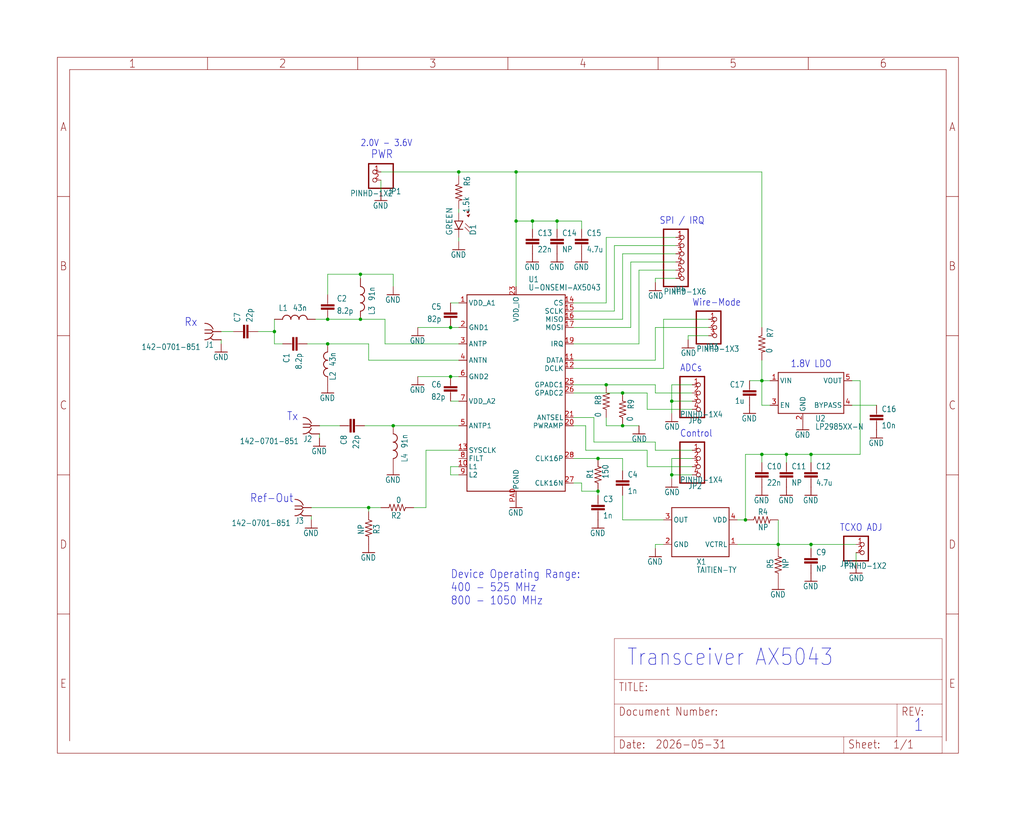
<source format=kicad_sch>
(kicad_sch (version 20250114) (generator "eeschema") (generator_version "9.0")
  (paper "User" 317.5 254.127)
  (lib_symbols
    (symbol "transceiver-AX5043-eagle-import:142-0701-851"
      (property "Reference" "J" (at -2.54 -5.08 0))
      (symbol "142-0701-851_1_0"
        (pin bidirectional line (at 2.54 0 180) (length 0) (name "RF") (number "RF1"))
        (pin bidirectional line (at 2.54 -2.54 180) (length 0) (name "GND") (number "GND1"))
        (pin bidirectional line (at 2.54 -2.54 180) (length 0) (name "GND") (number "GND2"))
        (pin bidirectional line (at 2.54 -2.54 180) (length 0) (name "GND") (number "GND3"))
        (pin bidirectional line (at 2.54 -2.54 180) (length 0) (name "GND") (number "GND4"))
      )
    )
    (symbol "transceiver-AX5043-eagle-import:C-EU0402-C-NOSILK"
      (property "Reference" "C" (at 1.524 0.381 0))
      (symbol "C-EU0402-C-NOSILK_1_0"
        (pin passive line (at 0 2.54 270) (length 2.54) (name "1") (number "1"))
        (pin passive line (at 0 -5.08 90) (length 2.54) (name "2") (number "2"))
      )
    )
    (symbol "transceiver-AX5043-eagle-import:C-EU0603-C-NOSILK"
      (property "Reference" "C" (at 1.524 0.381 0))
      (symbol "C-EU0603-C-NOSILK_1_0"
        (pin passive line (at 0 2.54 270) (length 2.54) (name "1") (number "1"))
        (pin passive line (at 0 -5.08 90) (length 2.54) (name "2") (number "2"))
      )
    )
    (symbol "transceiver-AX5043-eagle-import:FRAME_A_L"
      (symbol "FRAME_A_L_1_0"
        (text "A" (at 1.905 194.31 0) (effects (font (size 2.54 2.286))))
        (text "B" (at 1.905 151.13 0) (effects (font (size 2.54 2.286))))
        (text "C" (at 1.905 107.95 0) (effects (font (size 2.54 2.286))))
        (text "D" (at 1.905 64.77 0) (effects (font (size 2.54 2.286))))
        (text "E" (at 1.905 21.59 0) (effects (font (size 2.54 2.286))))
        (text "1" (at 23.2833 213.995 0) (effects (font (size 2.54 2.286))))
        (text "2" (at 69.85 213.995 0) (effects (font (size 2.54 2.286))))
        (text "3" (at 116.4167 213.995 0) (effects (font (size 2.54 2.286))))
        (text "4" (at 162.9833 213.995 0) (effects (font (size 2.54 2.286))))
        (text "5" (at 209.55 213.995 0) (effects (font (size 2.54 2.286))))
        (text "6" (at 256.1167 213.995 0) (effects (font (size 2.54 2.286))))
        (text "A" (at 277.495 194.31 0) (effects (font (size 2.54 2.286))))
        (text "B" (at 277.495 151.13 0) (effects (font (size 2.54 2.286))))
        (text "C" (at 277.495 107.95 0) (effects (font (size 2.54 2.286))))
        (text "D" (at 277.495 64.77 0) (effects (font (size 2.54 2.286))))
        (text "E" (at 277.495 21.59 0) (effects (font (size 2.54 2.286))))
      )
      (symbol "FRAME_A_L_2_0"
        (text "TITLE:" (at 1.27 19.05 0) (effects (font (size 2.54 2.159)) (justify left bottom)))
        (text "Document Number:" (at 1.27 11.43 0) (effects (font (size 2.54 2.159)) (justify left bottom)))
        (text "Date:" (at 1.27 1.27 0) (effects (font (size 2.54 2.159)) (justify left bottom)))
        (text "${CURRENT_DATE}" (at 12.7 1.27 0) (effects (font (size 2.54 2.159)) (justify left bottom)))
        (text "${PROJECTNAME}" (at 17.78 19.05 0) (effects (font (size 2.54 2.159)) (justify left bottom)))
        (text "Sheet:" (at 72.39 1.27 0) (effects (font (size 2.54 2.159)) (justify left bottom)))
        (text "${#}/${##}" (at 86.36 1.27 0) (effects (font (size 2.54 2.159)) (justify left bottom)))
        (text "REV:" (at 88.9 11.43 0) (effects (font (size 2.54 2.159)) (justify left bottom)))
      )
    )
    (symbol "transceiver-AX5043-eagle-import:GND" (power)
      (symbol "GND_1_0"
        (pin power_in line (at 0 2.54 270) (length 2.54) (name "GND") (number "1"))
      )
    )
    (symbol "transceiver-AX5043-eagle-import:L-US0402-C-NOSILK"
      (property "Reference" "L" (at -5.08 2.54 0))
      (symbol "L-US0402-C-NOSILK_1_0"
        (pin passive line (at -7.62 0 0) (length 2.54) (name "1") (number "1"))
        (pin passive line (at 5.08 0 180) (length 2.54) (name "2") (number "2"))
      )
    )
    (symbol "transceiver-AX5043-eagle-import:L-US0603-C-NOSILK"
      (property "Reference" "L" (at -5.08 2.54 0))
      (symbol "L-US0603-C-NOSILK_1_0"
        (pin passive line (at -7.62 0 0) (length 2.54) (name "1") (number "1"))
        (pin passive line (at 5.08 0 180) (length 2.54) (name "2") (number "2"))
      )
    )
    (symbol "transceiver-AX5043-eagle-import:LED-GREEN0603"
      (property "Reference" "D" (at -3.429 -4.572 90))
      (symbol "LED-GREEN0603_1_0"
        (pin passive line (at 0 2.54 270) (length 2.54) (name "A") (number "A"))
        (pin passive line (at 0 -5.08 90) (length 2.54) (name "C") (number "C"))
      )
    )
    (symbol "transceiver-AX5043-eagle-import:LP2985XX-N"
      (property "Reference" "U" (at 5.08 -7.62 0))
      (symbol "LP2985XX-N_1_0"
        (pin power_in line (at -12.7 5.08 0) (length 2.54) (name "VIN") (number "1"))
        (pin input line (at -12.7 -2.54 0) (length 2.54) (name "EN") (number "3"))
        (pin power_in line (at -2.54 -7.62 90) (length 2.54) (name "GND") (number "2"))
        (pin power_in line (at 12.7 5.08 180) (length 2.54) (name "VOUT") (number "5"))
        (pin power_in line (at 12.7 -2.54 180) (length 2.54) (name "BYPASS") (number "4"))
      )
    )
    (symbol "transceiver-AX5043-eagle-import:PINHD-1X2"
      (property "Reference" "JP" (at -6.35 5.715 0))
      (symbol "PINHD-1X2_1_0"
        (pin passive inverted (at -2.54 2.54 0) (length 2.54) (name "1") (number "1"))
        (pin passive inverted (at -2.54 0 0) (length 2.54) (name "2") (number "2"))
      )
    )
    (symbol "transceiver-AX5043-eagle-import:PINHD-1X3"
      (property "Reference" "JP" (at -6.35 5.715 0))
      (symbol "PINHD-1X3_1_0"
        (pin passive inverted (at -2.54 2.54 0) (length 2.54) (name "1") (number "1"))
        (pin passive inverted (at -2.54 0 0) (length 2.54) (name "2") (number "2"))
        (pin passive inverted (at -2.54 -2.54 0) (length 2.54) (name "3") (number "3"))
      )
    )
    (symbol "transceiver-AX5043-eagle-import:PINHD-1X4"
      (property "Reference" "JP" (at -6.35 8.255 0))
      (symbol "PINHD-1X4_1_0"
        (pin passive inverted (at -2.54 5.08 0) (length 2.54) (name "1") (number "1"))
        (pin passive inverted (at -2.54 2.54 0) (length 2.54) (name "2") (number "2"))
        (pin passive inverted (at -2.54 0 0) (length 2.54) (name "3") (number "3"))
        (pin passive inverted (at -2.54 -2.54 0) (length 2.54) (name "4") (number "4"))
      )
    )
    (symbol "transceiver-AX5043-eagle-import:PINHD-1X6"
      (property "Reference" "JP" (at -6.35 10.795 0))
      (symbol "PINHD-1X6_1_0"
        (pin passive inverted (at -2.54 7.62 0) (length 2.54) (name "1") (number "1"))
        (pin passive inverted (at -2.54 5.08 0) (length 2.54) (name "2") (number "2"))
        (pin passive inverted (at -2.54 2.54 0) (length 2.54) (name "3") (number "3"))
        (pin passive inverted (at -2.54 0 0) (length 2.54) (name "4") (number "4"))
        (pin passive inverted (at -2.54 -2.54 0) (length 2.54) (name "5") (number "5"))
        (pin passive inverted (at -2.54 -5.08 0) (length 2.54) (name "6") (number "6"))
      )
    )
    (symbol "transceiver-AX5043-eagle-import:R-US_0402-C-NOSILK"
      (property "Reference" "R" (at -3.81 1.4986 0))
      (symbol "R-US_0402-C-NOSILK_1_0"
        (pin passive line (at -5.08 0 0) (length 2.54) (name "1") (number "1"))
        (pin passive line (at 5.08 0 180) (length 2.54) (name "2") (number "2"))
      )
    )
    (symbol "transceiver-AX5043-eagle-import:R-US_0603-B-NOSILK"
      (property "Reference" "R" (at -3.81 1.4986 0))
      (symbol "R-US_0603-B-NOSILK_1_0"
        (pin passive line (at -5.08 0 0) (length 2.54) (name "1") (number "1"))
        (pin passive line (at 5.08 0 180) (length 2.54) (name "2") (number "2"))
      )
    )
    (symbol "transceiver-AX5043-eagle-import:R-US_0603-C-NOSILK"
      (property "Reference" "R" (at -3.81 1.4986 0))
      (symbol "R-US_0603-C-NOSILK_1_0"
        (pin passive line (at -5.08 0 0) (length 2.54) (name "1") (number "1"))
        (pin passive line (at 5.08 0 180) (length 2.54) (name "2") (number "2"))
      )
    )
    (symbol "transceiver-AX5043-eagle-import:TAITIEN-TY"
      (property "Reference" "X" (at 0 -10.16 0))
      (symbol "TAITIEN-TY_1_0"
        (pin power_in line (at -11.43 3.81 0) (length 2.54) (name "VDD") (number "4"))
        (pin input line (at -11.43 -3.81 0) (length 2.54) (name "VCTRL") (number "1"))
        (pin output line (at 11.43 3.81 180) (length 2.54) (name "OUT") (number "3"))
        (pin power_in line (at 11.43 -3.81 180) (length 2.54) (name "GND") (number "2"))
      )
    )
    (symbol "transceiver-AX5043-eagle-import:U-ONSEMI-AX5043"
      (property "Reference" "U" (at 7.62 -50.8 0))
      (symbol "U-ONSEMI-AX5043_1_0"
        (pin power_in line (at -17.78 12.7 0) (length 2.54) (name "VDD_A1") (number "1"))
        (pin power_in line (at -17.78 5.08 0) (length 2.54) (name "GND1") (number "2"))
        (pin bidirectional line (at -17.78 0 0) (length 2.54) (name "ANTP") (number "3"))
        (pin bidirectional line (at -17.78 -5.08 0) (length 2.54) (name "ANTN") (number "4"))
        (pin power_in line (at -17.78 -10.16 0) (length 2.54) (name "GND2") (number "6"))
        (pin power_in line (at -17.78 -17.78 0) (length 2.54) (name "VDD_A2") (number "7"))
        (pin bidirectional line (at -17.78 -25.4 0) (length 2.54) (name "ANTP1") (number "5"))
        (pin bidirectional line (at -17.78 -33.02 0) (length 2.54) (name "SYSCLK") (number "13"))
        (pin output line (at -17.78 -35.56 0) (length 2.54) (name "FILT") (number "8"))
        (pin input line (at -17.78 -38.1 0) (length 2.54) (name "L1") (number "10"))
        (pin input line (at -17.78 -40.64 0) (length 2.54) (name "L2") (number "9"))
        (pin power_in line (at 0 17.78 270) (length 2.54) (name "VDD_IO") (number "23"))
        (pin power_in line (at 0 -48.26 90) (length 2.54) (name "PGND") (number "PAD"))
        (pin input line (at 17.78 12.7 180) (length 2.54) (name "CS") (number "14"))
        (pin input line (at 17.78 10.16 180) (length 2.54) (name "SCLK") (number "15"))
        (pin output line (at 17.78 7.62 180) (length 2.54) (name "MISO") (number "16"))
        (pin input line (at 17.78 5.08 180) (length 2.54) (name "MOSI") (number "17"))
        (pin bidirectional line (at 17.78 0 180) (length 2.54) (name "IRQ") (number "19"))
        (pin bidirectional line (at 17.78 -5.08 180) (length 2.54) (name "DATA") (number "11"))
        (pin bidirectional line (at 17.78 -7.62 180) (length 2.54) (name "DCLK") (number "12"))
        (pin input line (at 17.78 -12.7 180) (length 2.54) (name "GPADC1") (number "25"))
        (pin input line (at 17.78 -15.24 180) (length 2.54) (name "GPADC2") (number "26"))
        (pin bidirectional line (at 17.78 -22.86 180) (length 2.54) (name "ANTSEL") (number "21"))
        (pin bidirectional line (at 17.78 -25.4 180) (length 2.54) (name "PWRAMP") (number "20"))
        (pin passive line (at 17.78 -35.56 180) (length 2.54) (name "CLK16P") (number "28"))
        (pin passive line (at 17.78 -43.18 180) (length 2.54) (name "CLK16N") (number "27"))
      )
    )
    (symbol "transceiver-AX5043-eagle-import:supply1_371_GND" (power)
      (symbol "supply1_371_GND_1_0"
        (pin power_in line (at 0 2.54 270) (length 2.54) (name "GND") (number "1"))
      )
    )
  )
  (text "Transceiver AX5043" (at 194.31 207.01 0) (effects (font (size 5.08 4.318)) (justify left bottom)))
  (text "Rx" (at 57.15 101.6 0) (effects (font (size 2.54 2.159)) (justify left bottom)))
  (text "1.8V LDO" (at 245.11 114.3 0) (effects (font (size 2.159 1.8351)) (justify left bottom)))
  (text "Ref-Out" (at 77.47 156.21 0) (effects (font (size 2.54 2.159)) (justify left bottom)))
  (text "SPI / IRQ" (at 204.47 69.85 0) (effects (font (size 2.159 1.8351)) (justify left bottom)))
  (text "2.0V - 3.6V" (at 111.76 45.72 0) (effects (font (size 2.032 1.7272)) (justify left bottom)))
  (text "PWR" (at 121.92 49.53 0) (effects (font (size 2.54 2.159)) (justify right bottom)))
  (text "Tx" (at 88.9 130.81 0) (effects (font (size 2.54 2.159)) (justify left bottom)))
  (text "Control" (at 210.82 135.89 0) (effects (font (size 2.159 1.8351)) (justify left bottom)))
  (text "ADCs" (at 210.82 115.57 0) (effects (font (size 2.159 1.8351)) (justify left bottom)))
  (text "1" (at 283.21 227.33 0) (effects (font (size 3.81 3.2385)) (justify left bottom)))
  (text "TCXO ADJ" (at 260.35 165.1 0) (effects (font (size 2.159 1.8351)) (justify left bottom)))
  (text "Device Operating Range:\n400 - 525 MHz\n800 - 1050 MHz" (at 139.7 187.96 0) (effects (font (size 2.54 2.159)) (justify left bottom)))
  (text "Wire-Mode" (at 214.63 95.25 0) (effects (font (size 2.159 1.8351)) (justify left bottom)))
  (junction (at 193.04 132.08))
  (junction (at 160.02 68.58))
  (junction (at 101.6 99.06))
  (junction (at 160.02 53.34))
  (junction (at 172.72 68.58))
  (junction (at 208.28 124.46))
  (junction (at 114.3 157.48))
  (junction (at 241.3 168.91))
  (junction (at 165.1 68.58))
  (junction (at 142.24 53.34))
  (junction (at 236.22 140.97))
  (junction (at 85.09 102.87))
  (junction (at 208.28 147.32))
  (junction (at 111.76 99.06))
  (junction (at 193.04 121.92))
  (junction (at 187.96 119.38))
  (junction (at 101.6 106.68))
  (junction (at 121.92 132.08))
  (junction (at 231.14 161.29))
  (junction (at 251.46 168.91))
  (junction (at 236.22 118.11))
  (junction (at 243.84 140.97))
  (junction (at 111.76 85.09))
  (junction (at 185.42 152.4))
  (junction (at 139.7 116.84))
  (junction (at 185.42 142.24))
  (junction (at 139.7 101.6))
  (junction (at 251.46 140.97))
  (wire (pts (xy 111.76 86.36) (xy 111.76 85.09)) (stroke (width 0.1524)))
  (wire (pts (xy 203.2 170.18) (xy 203.2 168.91)) (stroke (width 0.1524)))
  (wire (pts (xy 187.96 119.38) (xy 203.2 119.38)) (stroke (width 0.1524)))
  (wire (pts (xy 243.84 140.97) (xy 251.46 140.97)) (stroke (width 0.1524)))
  (wire (pts (xy 181.61 139.7) (xy 200.66 139.7)) (stroke (width 0.1524)))
  (wire (pts (xy 208.28 128.27) (xy 208.28 124.46)) (stroke (width 0.1524)))
  (wire (pts (xy 96.52 157.48) (xy 114.3 157.48)) (stroke (width 0.1524)))
  (wire (pts (xy 99.06 135.89) (xy 99.06 134.62)) (stroke (width 0.1524)))
  (wire (pts (xy 190.5 76.2) (xy 209.55 76.2)) (stroke (width 0.1524)))
  (wire (pts (xy 236.22 125.73) (xy 236.22 118.11)) (stroke (width 0.1524)))
  (wire (pts (xy 198.12 106.68) (xy 198.12 83.82)) (stroke (width 0.1524)))
  (wire (pts (xy 80.01 102.87) (xy 85.09 102.87)) (stroke (width 0.1524)))
  (wire (pts (xy 177.8 149.86) (xy 180.34 149.86)) (stroke (width 0.1524)))
  (wire (pts (xy 172.72 68.58) (xy 180.34 68.58)) (stroke (width 0.1524)))
  (wire (pts (xy 142.24 64.77) (xy 142.24 66.04)) (stroke (width 0.1524)))
  (wire (pts (xy 111.76 85.09) (xy 121.92 85.09)) (stroke (width 0.1524)))
  (wire (pts (xy 193.04 142.24) (xy 193.04 146.05)) (stroke (width 0.1524)))
  (wire (pts (xy 177.8 106.68) (xy 198.12 106.68)) (stroke (width 0.1524)))
  (wire (pts (xy 266.7 118.11) (xy 266.7 140.97)) (stroke (width 0.1524)))
  (wire (pts (xy 209.55 86.36) (xy 203.2 86.36)) (stroke (width 0.1524)))
  (wire (pts (xy 187.96 129.54) (xy 187.96 132.08)) (stroke (width 0.1524)))
  (wire (pts (xy 99.06 132.08) (xy 105.41 132.08)) (stroke (width 0.1524)))
  (wire (pts (xy 132.08 157.48) (xy 128.27 157.48)) (stroke (width 0.1524)))
  (wire (pts (xy 113.03 132.08) (xy 121.92 132.08)) (stroke (width 0.1524)))
  (wire (pts (xy 165.1 68.58) (xy 172.72 68.58)) (stroke (width 0.1524)))
  (wire (pts (xy 139.7 147.32) (xy 142.24 147.32)) (stroke (width 0.1524)))
  (wire (pts (xy 142.24 73.66) (xy 142.24 74.93)) (stroke (width 0.1524)))
  (wire (pts (xy 236.22 53.34) (xy 236.22 101.6)) (stroke (width 0.1524)))
  (wire (pts (xy 160.02 88.9) (xy 160.02 68.58)) (stroke (width 0.1524)))
  (wire (pts (xy 160.02 68.58) (xy 165.1 68.58)) (stroke (width 0.1524)))
  (wire (pts (xy 95.25 106.68) (xy 101.6 106.68)) (stroke (width 0.1524)))
  (wire (pts (xy 172.72 71.12) (xy 172.72 68.58)) (stroke (width 0.1524)))
  (wire (pts (xy 208.28 142.24) (xy 208.28 147.32)) (stroke (width 0.1524)))
  (wire (pts (xy 68.58 106.68) (xy 68.58 105.41)) (stroke (width 0.1524)))
  (wire (pts (xy 231.14 140.97) (xy 236.22 140.97)) (stroke (width 0.1524)))
  (wire (pts (xy 193.04 132.08) (xy 198.12 132.08)) (stroke (width 0.1524)))
  (wire (pts (xy 139.7 124.46) (xy 142.24 124.46)) (stroke (width 0.1524)))
  (wire (pts (xy 241.3 170.18) (xy 241.3 168.91)) (stroke (width 0.1524)))
  (wire (pts (xy 177.8 93.98) (xy 187.96 93.98)) (stroke (width 0.1524)))
  (wire (pts (xy 101.6 106.68) (xy 114.3 106.68)) (stroke (width 0.1524)))
  (wire (pts (xy 208.28 119.38) (xy 214.63 119.38)) (stroke (width 0.1524)))
  (wire (pts (xy 203.2 86.36) (xy 203.2 87.63)) (stroke (width 0.1524)))
  (wire (pts (xy 208.28 124.46) (xy 208.28 119.38)) (stroke (width 0.1524)))
  (wire (pts (xy 203.2 139.7) (xy 214.63 139.7)) (stroke (width 0.1524)))
  (wire (pts (xy 142.24 53.34) (xy 160.02 53.34)) (stroke (width 0.1524)))
  (wire (pts (xy 203.2 137.16) (xy 203.2 139.7)) (stroke (width 0.1524)))
  (wire (pts (xy 185.42 153.67) (xy 185.42 152.4)) (stroke (width 0.1524)))
  (wire (pts (xy 203.2 111.76) (xy 203.2 101.6)) (stroke (width 0.1524)))
  (wire (pts (xy 214.63 144.78) (xy 200.66 144.78)) (stroke (width 0.1524)))
  (wire (pts (xy 101.6 85.09) (xy 111.76 85.09)) (stroke (width 0.1524)))
  (wire (pts (xy 203.2 121.92) (xy 214.63 121.92)) (stroke (width 0.1524)))
  (wire (pts (xy 264.16 118.11) (xy 266.7 118.11)) (stroke (width 0.1524)))
  (wire (pts (xy 243.84 143.51) (xy 243.84 140.97)) (stroke (width 0.1524)))
  (wire (pts (xy 180.34 149.86) (xy 180.34 152.4)) (stroke (width 0.1524)))
  (wire (pts (xy 190.5 96.52) (xy 190.5 76.2)) (stroke (width 0.1524)))
  (wire (pts (xy 265.43 175.26) (xy 265.43 171.45)) (stroke (width 0.1524)))
  (wire (pts (xy 96.52 161.29) (xy 96.52 160.02)) (stroke (width 0.1524)))
  (wire (pts (xy 193.04 99.06) (xy 193.04 78.74)) (stroke (width 0.1524)))
  (wire (pts (xy 129.54 101.6) (xy 139.7 101.6)) (stroke (width 0.1524)))
  (wire (pts (xy 228.6 161.29) (xy 231.14 161.29)) (stroke (width 0.1524)))
  (wire (pts (xy 139.7 144.78) (xy 139.7 147.32)) (stroke (width 0.1524)))
  (wire (pts (xy 114.3 106.68) (xy 114.3 111.76)) (stroke (width 0.1524)))
  (wire (pts (xy 203.2 168.91) (xy 205.74 168.91)) (stroke (width 0.1524)))
  (wire (pts (xy 200.66 139.7) (xy 200.66 144.78)) (stroke (width 0.1524)))
  (wire (pts (xy 177.8 129.54) (xy 184.15 129.54)) (stroke (width 0.1524)))
  (wire (pts (xy 214.63 147.32) (xy 208.28 147.32)) (stroke (width 0.1524)))
  (wire (pts (xy 180.34 68.58) (xy 180.34 71.12)) (stroke (width 0.1524)))
  (wire (pts (xy 139.7 101.6) (xy 142.24 101.6)) (stroke (width 0.1524)))
  (wire (pts (xy 251.46 168.91) (xy 265.43 168.91)) (stroke (width 0.1524)))
  (wire (pts (xy 232.41 118.11) (xy 236.22 118.11)) (stroke (width 0.1524)))
  (wire (pts (xy 180.34 152.4) (xy 185.42 152.4)) (stroke (width 0.1524)))
  (wire (pts (xy 177.8 142.24) (xy 185.42 142.24)) (stroke (width 0.1524)))
  (wire (pts (xy 142.24 139.7) (xy 132.08 139.7)) (stroke (width 0.1524)))
  (wire (pts (xy 266.7 140.97) (xy 251.46 140.97)) (stroke (width 0.1524)))
  (wire (pts (xy 205.74 99.06) (xy 219.71 99.06)) (stroke (width 0.1524)))
  (wire (pts (xy 195.58 81.28) (xy 209.55 81.28)) (stroke (width 0.1524)))
  (wire (pts (xy 195.58 101.6) (xy 195.58 81.28)) (stroke (width 0.1524)))
  (wire (pts (xy 87.63 106.68) (xy 85.09 106.68)) (stroke (width 0.1524)))
  (wire (pts (xy 142.24 54.61) (xy 142.24 53.34)) (stroke (width 0.1524)))
  (wire (pts (xy 264.16 125.73) (xy 271.78 125.73)) (stroke (width 0.1524)))
  (wire (pts (xy 118.11 59.69) (xy 118.11 55.88)) (stroke (width 0.1524)))
  (wire (pts (xy 251.46 168.91) (xy 251.46 170.18)) (stroke (width 0.1524)))
  (wire (pts (xy 142.24 144.78) (xy 139.7 144.78)) (stroke (width 0.1524)))
  (wire (pts (xy 114.3 157.48) (xy 118.11 157.48)) (stroke (width 0.1524)))
  (wire (pts (xy 139.7 93.98) (xy 142.24 93.98)) (stroke (width 0.1524)))
  (wire (pts (xy 177.8 114.3) (xy 205.74 114.3)) (stroke (width 0.1524)))
  (wire (pts (xy 139.7 116.84) (xy 142.24 116.84)) (stroke (width 0.1524)))
  (wire (pts (xy 193.04 78.74) (xy 209.55 78.74)) (stroke (width 0.1524)))
  (wire (pts (xy 213.36 104.14) (xy 213.36 105.41)) (stroke (width 0.1524)))
  (wire (pts (xy 198.12 83.82) (xy 209.55 83.82)) (stroke (width 0.1524)))
  (wire (pts (xy 236.22 140.97) (xy 243.84 140.97)) (stroke (width 0.1524)))
  (wire (pts (xy 165.1 71.12) (xy 165.1 68.58)) (stroke (width 0.1524)))
  (wire (pts (xy 185.42 142.24) (xy 193.04 142.24)) (stroke (width 0.1524)))
  (wire (pts (xy 241.3 168.91) (xy 251.46 168.91)) (stroke (width 0.1524)))
  (wire (pts (xy 160.02 53.34) (xy 236.22 53.34)) (stroke (width 0.1524)))
  (wire (pts (xy 231.14 161.29) (xy 231.14 140.97)) (stroke (width 0.1524)))
  (wire (pts (xy 193.04 153.67) (xy 193.04 161.29)) (stroke (width 0.1524)))
  (wire (pts (xy 193.04 121.92) (xy 200.66 121.92)) (stroke (width 0.1524)))
  (wire (pts (xy 68.58 102.87) (xy 72.39 102.87)) (stroke (width 0.1524)))
  (wire (pts (xy 119.38 106.68) (xy 119.38 99.06)) (stroke (width 0.1524)))
  (wire (pts (xy 205.74 114.3) (xy 205.74 99.06)) (stroke (width 0.1524)))
  (wire (pts (xy 203.2 119.38) (xy 203.2 121.92)) (stroke (width 0.1524)))
  (wire (pts (xy 177.8 132.08) (xy 181.61 132.08)) (stroke (width 0.1524)))
  (wire (pts (xy 203.2 111.76) (xy 177.8 111.76)) (stroke (width 0.1524)))
  (wire (pts (xy 203.2 101.6) (xy 219.71 101.6)) (stroke (width 0.1524)))
  (wire (pts (xy 238.76 125.73) (xy 236.22 125.73)) (stroke (width 0.1524)))
  (wire (pts (xy 193.04 161.29) (xy 205.74 161.29)) (stroke (width 0.1524)))
  (wire (pts (xy 114.3 158.75) (xy 114.3 157.48)) (stroke (width 0.1524)))
  (wire (pts (xy 177.8 101.6) (xy 195.58 101.6)) (stroke (width 0.1524)))
  (wire (pts (xy 177.8 99.06) (xy 193.04 99.06)) (stroke (width 0.1524)))
  (wire (pts (xy 132.08 139.7) (xy 132.08 157.48)) (stroke (width 0.1524)))
  (wire (pts (xy 228.6 168.91) (xy 241.3 168.91)) (stroke (width 0.1524)))
  (wire (pts (xy 85.09 106.68) (xy 85.09 102.87)) (stroke (width 0.1524)))
  (wire (pts (xy 219.71 104.14) (xy 213.36 104.14)) (stroke (width 0.1524)))
  (wire (pts (xy 121.92 132.08) (xy 142.24 132.08)) (stroke (width 0.1524)))
  (wire (pts (xy 236.22 111.76) (xy 236.22 118.11)) (stroke (width 0.1524)))
  (wire (pts (xy 97.79 99.06) (xy 101.6 99.06)) (stroke (width 0.1524)))
  (wire (pts (xy 114.3 111.76) (xy 142.24 111.76)) (stroke (width 0.1524)))
  (wire (pts (xy 85.09 102.87) (xy 85.09 99.06)) (stroke (width 0.1524)))
  (wire (pts (xy 160.02 53.34) (xy 160.02 68.58)) (stroke (width 0.1524)))
  (wire (pts (xy 184.15 129.54) (xy 184.15 137.16)) (stroke (width 0.1524)))
  (wire (pts (xy 200.66 121.92) (xy 200.66 127)) (stroke (width 0.1524)))
  (wire (pts (xy 251.46 140.97) (xy 251.46 143.51)) (stroke (width 0.1524)))
  (wire (pts (xy 142.24 106.68) (xy 119.38 106.68)) (stroke (width 0.1524)))
  (wire (pts (xy 208.28 124.46) (xy 214.63 124.46)) (stroke (width 0.1524)))
  (wire (pts (xy 101.6 91.44) (xy 101.6 85.09)) (stroke (width 0.1524)))
  (wire (pts (xy 177.8 96.52) (xy 190.5 96.52)) (stroke (width 0.1524)))
  (wire (pts (xy 129.54 116.84) (xy 139.7 116.84)) (stroke (width 0.1524)))
  (wire (pts (xy 187.96 132.08) (xy 193.04 132.08)) (stroke (width 0.1524)))
  (wire (pts (xy 177.8 119.38) (xy 187.96 119.38)) (stroke (width 0.1524)))
  (wire (pts (xy 208.28 147.32) (xy 208.28 148.59)) (stroke (width 0.1524)))
  (wire (pts (xy 241.3 161.29) (xy 241.3 168.91)) (stroke (width 0.1524)))
  (wire (pts (xy 236.22 143.51) (xy 236.22 140.97)) (stroke (width 0.1524)))
  (wire (pts (xy 118.11 53.34) (xy 142.24 53.34)) (stroke (width 0.1524)))
  (wire (pts (xy 187.96 93.98) (xy 187.96 73.66)) (stroke (width 0.1524)))
  (wire (pts (xy 101.6 99.06) (xy 111.76 99.06)) (stroke (width 0.1524)))
  (wire (pts (xy 181.61 132.08) (xy 181.61 139.7)) (stroke (width 0.1524)))
  (wire (pts (xy 200.66 127) (xy 214.63 127)) (stroke (width 0.1524)))
  (wire (pts (xy 119.38 99.06) (xy 111.76 99.06)) (stroke (width 0.1524)))
  (wire (pts (xy 177.8 121.92) (xy 193.04 121.92)) (stroke (width 0.1524)))
  (wire (pts (xy 214.63 142.24) (xy 208.28 142.24)) (stroke (width 0.1524)))
  (wire (pts (xy 184.15 137.16) (xy 203.2 137.16)) (stroke (width 0.1524)))
  (wire (pts (xy 121.92 85.09) (xy 121.92 88.9)) (stroke (width 0.1524)))
  (wire (pts (xy 236.22 118.11) (xy 238.76 118.11)) (stroke (width 0.1524)))
  (wire (pts (xy 187.96 73.66) (xy 209.55 73.66)) (stroke (width 0.1524)))
  (symbol (lib_id "transceiver-AX5043-eagle-import:R-US_0603-B-NOSILK") (at 241.3 175.26 90) (unit 1)
    (property "Reference" "R5" (at 239.8014 176.53 0) (effects (font (size 1.778 1.5113)) (justify left bottom)))
    (property "Value" "NP" (at 244.602 176.53 0) (effects (font (size 1.778 1.5113)) (justify left bottom)))
    (property "Footprint" "transceiver-AX5043:.0603-B-NOSILK" (effects (hide yes)))
  )
  (symbol (lib_id "transceiver-AX5043-eagle-import:supply1_371_GND") (at 243.84 153.67 0) (unit 1)
    (property "Reference" "#GND23" (effects (hide yes)))
    (property "Value" "GND" (at 241.3 156.21 0) (effects (font (size 1.778 1.5113)) (justify left bottom)))
  )
  (symbol (lib_id "transceiver-AX5043-eagle-import:C-EU0603-C-NOSILK") (at 271.78 128.27 0) (unit 1)
    (property "Reference" "C16" (at 273.304 127.889 0) (effects (font (size 1.778 1.5113)) (justify left bottom)))
    (property "Value" "10n" (at 273.304 132.969 0) (effects (font (size 1.778 1.5113)) (justify left bottom)))
    (property "Footprint" "transceiver-AX5043:.0603-C-NOSILK" (effects (hide yes)))
  )
  (symbol (lib_id "transceiver-AX5043-eagle-import:R-US_0603-B-NOSILK") (at 236.22 161.29 0) (unit 1)
    (property "Reference" "R4" (at 234.95 159.7914 0) (effects (font (size 1.778 1.5113)) (justify left bottom)))
    (property "Value" "NP" (at 234.95 164.592 0) (effects (font (size 1.778 1.5113)) (justify left bottom)))
    (property "Footprint" "transceiver-AX5043:.0603-B-NOSILK" (effects (hide yes)))
  )
  (symbol (lib_id "transceiver-AX5043-eagle-import:R-US_0402-C-NOSILK") (at 114.3 163.83 270) (unit 1)
    (property "Reference" "R3" (at 115.7986 162.56 0) (effects (font (size 1.778 1.5113)) (justify left bottom)))
    (property "Value" "NP" (at 110.998 162.56 0) (effects (font (size 1.778 1.5113)) (justify left bottom)))
    (property "Footprint" "transceiver-AX5043:.0402-C-NOSILK" (effects (hide yes)))
  )
  (symbol (lib_id "transceiver-AX5043-eagle-import:supply1_371_GND") (at 241.3 182.88 0) (unit 1)
    (property "Reference" "#GND17" (effects (hide yes)))
    (property "Value" "GND" (at 238.76 185.42 0) (effects (font (size 1.778 1.5113)) (justify left bottom)))
  )
  (symbol (lib_id "transceiver-AX5043-eagle-import:supply1_371_GND") (at 203.2 90.17 0) (mirror y) (unit 1)
    (property "Reference" "#GND11" (effects (hide yes)))
    (property "Value" "GND" (at 205.74 92.71 0) (effects (font (size 1.778 1.5113)) (justify left bottom)))
  )
  (symbol (lib_id "transceiver-AX5043-eagle-import:PINHD-1X3") (at 222.25 101.6 0) (unit 1)
    (property "Reference" "JP3" (at 218.44 108.585 0) (effects (font (size 1.778 1.5113)) (justify left bottom)))
    (property "Value" "PINHD-1X3" (at 215.9 109.22 0) (effects (font (size 1.778 1.5113)) (justify left bottom)))
    (property "Footprint" "transceiver-AX5043:1X03" (effects (hide yes)))
  )
  (symbol (lib_id "transceiver-AX5043-eagle-import:C-EU0402-C-NOSILK") (at 193.04 148.59 0) (unit 1)
    (property "Reference" "C4" (at 194.564 148.209 0) (effects (font (size 1.778 1.5113)) (justify left bottom)))
    (property "Value" "1n" (at 194.564 153.289 0) (effects (font (size 1.778 1.5113)) (justify left bottom)))
    (property "Footprint" "transceiver-AX5043:.0402-C-NOSILK" (effects (hide yes)))
  )
  (symbol (lib_id "transceiver-AX5043-eagle-import:supply1_371_GND") (at 114.3 171.45 0) (unit 1)
    (property "Reference" "#GND19" (effects (hide yes)))
    (property "Value" "GND" (at 111.76 173.99 0) (effects (font (size 1.778 1.5113)) (justify left bottom)))
  )
  (symbol (lib_id "transceiver-AX5043-eagle-import:supply1_371_GND") (at 198.12 134.62 0) (mirror y) (unit 1)
    (property "Reference" "#GND30" (effects (hide yes)))
    (property "Value" "GND" (at 200.66 137.16 0) (effects (font (size 1.778 1.5113)) (justify left bottom)))
  )
  (symbol (lib_id "transceiver-AX5043-eagle-import:C-EU0603-C-NOSILK") (at 232.41 120.65 0) (mirror y) (unit 1)
    (property "Reference" "C17" (at 230.886 120.269 0) (effects (font (size 1.778 1.5113)) (justify left bottom)))
    (property "Value" "1u" (at 230.886 125.349 0) (effects (font (size 1.778 1.5113)) (justify left bottom)))
    (property "Footprint" "transceiver-AX5043:.0603-C-NOSILK" (effects (hide yes)))
  )
  (symbol (lib_id "transceiver-AX5043-eagle-import:L-US0402-C-NOSILK") (at 92.71 99.06 0) (unit 1)
    (property "Reference" "L1" (at 86.36 96.52 0) (effects (font (size 1.778 1.5113)) (justify left bottom)))
    (property "Value" "43n" (at 95.25 96.52 0) (effects (font (size 1.778 1.5113)) (justify right bottom)))
    (property "Footprint" "transceiver-AX5043:.0402-C-NOSILK" (effects (hide yes)))
  )
  (symbol (lib_id "transceiver-AX5043-eagle-import:LED-GREEN0603") (at 142.24 68.58 0) (mirror y) (unit 1)
    (property "Reference" "D1" (at 145.669 73.152 90) (effects (font (size 1.778 1.778)) (justify left bottom)))
    (property "Value" "GREEN" (at 140.335 73.152 90) (effects (font (size 1.778 1.778)) (justify left top)))
    (property "Footprint" "transceiver-AX5043:LED-0603" (effects (hide yes)))
  )
  (symbol (lib_id "transceiver-AX5043-eagle-import:FRAME_A_L") (at 190.5 233.68 0) (unit 2)
    (property "Reference" "#FRAME2" (effects (hide yes)))
    (property "Value" "FRAME_A_L" (effects (hide yes)))
  )
  (symbol (lib_id "transceiver-AX5043-eagle-import:C-EU0402-C-NOSILK") (at 139.7 96.52 0) (mirror y) (unit 1)
    (property "Reference" "C5" (at 136.906 96.139 0) (effects (font (size 1.778 1.5113)) (justify left bottom)))
    (property "Value" "82p" (at 136.906 99.949 0) (effects (font (size 1.778 1.5113)) (justify left bottom)))
    (property "Footprint" "transceiver-AX5043:.0402-C-NOSILK" (effects (hide yes)))
  )
  (symbol (lib_id "transceiver-AX5043-eagle-import:supply1_371_GND") (at 172.72 81.28 0) (unit 1)
    (property "Reference" "#GND26" (effects (hide yes)))
    (property "Value" "GND" (at 170.18 83.82 0) (effects (font (size 1.778 1.5113)) (justify left bottom)))
  )
  (symbol (lib_id "transceiver-AX5043-eagle-import:supply1_371_GND") (at 96.52 163.83 0) (unit 1)
    (property "Reference" "#GND6" (effects (hide yes)))
    (property "Value" "GND" (at 93.98 166.37 0) (effects (font (size 1.778 1.5113)) (justify left bottom)))
  )
  (symbol (lib_id "transceiver-AX5043-eagle-import:C-EU0603-C-NOSILK") (at 165.1 73.66 0) (unit 1)
    (property "Reference" "C13" (at 166.624 73.279 0) (effects (font (size 1.778 1.5113)) (justify left bottom)))
    (property "Value" "22n" (at 166.624 78.359 0) (effects (font (size 1.778 1.5113)) (justify left bottom)))
    (property "Footprint" "transceiver-AX5043:.0603-C-NOSILK" (effects (hide yes)))
  )
  (symbol (lib_id "transceiver-AX5043-eagle-import:C-EU0402-C-NOSILK") (at 139.7 119.38 0) (mirror y) (unit 1)
    (property "Reference" "C6" (at 136.906 120.269 0) (effects (font (size 1.778 1.5113)) (justify left bottom)))
    (property "Value" "82p" (at 138.176 124.079 0) (effects (font (size 1.778 1.5113)) (justify left bottom)))
    (property "Footprint" "transceiver-AX5043:.0402-C-NOSILK" (effects (hide yes)))
  )
  (symbol (lib_id "transceiver-AX5043-eagle-import:supply1_371_GND") (at 251.46 153.67 0) (unit 1)
    (property "Reference" "#GND24" (effects (hide yes)))
    (property "Value" "GND" (at 248.92 156.21 0) (effects (font (size 1.778 1.5113)) (justify left bottom)))
  )
  (symbol (lib_id "transceiver-AX5043-eagle-import:C-EU0402-C-NOSILK") (at 74.93 102.87 90) (unit 1)
    (property "Reference" "C7" (at 74.549 100.076 0) (effects (font (size 1.778 1.5113)) (justify left bottom)))
    (property "Value" "22p" (at 78.359 100.076 0) (effects (font (size 1.778 1.5113)) (justify left bottom)))
    (property "Footprint" "transceiver-AX5043:.0402-C-NOSILK" (effects (hide yes)))
  )
  (symbol (lib_id "transceiver-AX5043-eagle-import:TAITIEN-TY") (at 217.17 165.1 0) (mirror y) (unit 1)
    (property "Reference" "X1" (at 215.9 175.26 0) (effects (font (size 1.778 1.5113)) (justify right bottom)))
    (property "Value" "TAITIEN-TY" (at 215.9 177.8 0) (effects (font (size 1.778 1.5113)) (justify right bottom)))
    (property "Footprint" "transceiver-AX5043:2.5X2.0" (effects (hide yes)))
  )
  (symbol (lib_id "transceiver-AX5043-eagle-import:C-EU0402-C-NOSILK") (at 107.95 132.08 90) (mirror x) (unit 1)
    (property "Reference" "C8" (at 107.569 134.874 0) (effects (font (size 1.778 1.5113)) (justify left bottom)))
    (property "Value" "22p" (at 111.379 134.874 0) (effects (font (size 1.778 1.5113)) (justify left bottom)))
    (property "Footprint" "transceiver-AX5043:.0402-C-NOSILK" (effects (hide yes)))
  )
  (symbol (lib_id "transceiver-AX5043-eagle-import:supply1_371_GND") (at 213.36 107.95 0) (mirror y) (unit 1)
    (property "Reference" "#GND10" (effects (hide yes)))
    (property "Value" "GND" (at 215.9 110.49 0) (effects (font (size 1.778 1.5113)) (justify left bottom)))
  )
  (symbol (lib_id "transceiver-AX5043-eagle-import:supply1_371_GND") (at 208.28 130.81 0) (mirror y) (unit 1)
    (property "Reference" "#GND9" (effects (hide yes)))
    (property "Value" "GND" (at 210.82 133.35 0) (effects (font (size 1.778 1.5113)) (justify left bottom)))
  )
  (symbol (lib_id "transceiver-AX5043-eagle-import:supply1_371_GND") (at 121.92 147.32 0) (unit 1)
    (property "Reference" "#GND18" (effects (hide yes)))
    (property "Value" "GND" (at 119.38 149.86 0) (effects (font (size 1.778 1.5113)) (justify left bottom)))
  )
  (symbol (lib_id "transceiver-AX5043-eagle-import:GND") (at 142.24 77.47 0) (unit 1)
    (property "Reference" "#GND80" (effects (hide yes)))
    (property "Value" "GND" (at 139.7 80.01 0) (effects (font (size 1.778 1.5113)) (justify left bottom)))
  )
  (symbol (lib_id "transceiver-AX5043-eagle-import:supply1_371_GND") (at 236.22 153.67 0) (unit 1)
    (property "Reference" "#GND22" (effects (hide yes)))
    (property "Value" "GND" (at 233.68 156.21 0) (effects (font (size 1.778 1.5113)) (justify left bottom)))
  )
  (symbol (lib_id "transceiver-AX5043-eagle-import:R-US_0603-B-NOSILK") (at 142.24 59.69 90) (mirror x) (unit 1)
    (property "Reference" "R6" (at 145.8214 54.61 0) (effects (font (size 1.778 1.5113)) (justify left bottom)))
    (property "Value" "1.5k" (at 145.542 60.96 0) (effects (font (size 1.778 1.5113)) (justify left bottom)))
    (property "Footprint" "transceiver-AX5043:.0603-B-NOSILK" (effects (hide yes)))
  )
  (symbol (lib_id "transceiver-AX5043-eagle-import:supply1_371_GND") (at 129.54 119.38 0) (unit 1)
    (property "Reference" "#GND16" (effects (hide yes)))
    (property "Value" "GND" (at 127 121.92 0) (effects (font (size 1.778 1.5113)) (justify left bottom)))
  )
  (symbol (lib_id "transceiver-AX5043-eagle-import:supply1_371_GND") (at 101.6 121.92 0) (unit 1)
    (property "Reference" "#GND2" (effects (hide yes)))
    (property "Value" "GND" (at 99.06 124.46 0) (effects (font (size 1.778 1.5113)) (justify left bottom)))
  )
  (symbol (lib_id "transceiver-AX5043-eagle-import:C-EU0603-C-NOSILK") (at 172.72 73.66 0) (unit 1)
    (property "Reference" "C14" (at 174.244 73.279 0) (effects (font (size 1.778 1.5113)) (justify left bottom)))
    (property "Value" "NP" (at 174.244 78.359 0) (effects (font (size 1.778 1.5113)) (justify left bottom)))
    (property "Footprint" "transceiver-AX5043:.0603-C-NOSILK" (effects (hide yes)))
  )
  (symbol (lib_id "transceiver-AX5043-eagle-import:LP2985XX-N") (at 251.46 123.19 0) (unit 1)
    (property "Reference" "U2" (at 252.73 130.81 0) (effects (font (size 1.778 1.5113)) (justify left bottom)))
    (property "Value" "LP2985XX-N" (at 252.73 133.35 0) (effects (font (size 1.778 1.5113)) (justify left bottom)))
    (property "Footprint" "transceiver-AX5043:SOT-23" (effects (hide yes)))
  )
  (symbol (lib_id "transceiver-AX5043-eagle-import:R-US_0402-C-NOSILK") (at 185.42 147.32 90) (unit 1)
    (property "Reference" "R1" (at 183.9214 148.59 0) (effects (font (size 1.778 1.5113)) (justify left bottom)))
    (property "Value" "150" (at 188.722 148.59 0) (effects (font (size 1.778 1.5113)) (justify left bottom)))
    (property "Footprint" "transceiver-AX5043:.0402-C-NOSILK" (effects (hide yes)))
  )
  (symbol (lib_id "transceiver-AX5043-eagle-import:supply1_371_GND") (at 251.46 180.34 0) (unit 1)
    (property "Reference" "#GND20" (effects (hide yes)))
    (property "Value" "GND" (at 248.92 182.88 0) (effects (font (size 1.778 1.5113)) (justify left bottom)))
  )
  (symbol (lib_id "transceiver-AX5043-eagle-import:R-US_0402-C-NOSILK") (at 193.04 127 90) (unit 1)
    (property "Reference" "R9" (at 196.6214 127 0) (effects (font (size 1.778 1.5113)) (justify left bottom)))
    (property "Value" "0" (at 196.342 130.81 0) (effects (font (size 1.778 1.5113)) (justify left bottom)))
    (property "Footprint" "transceiver-AX5043:.0402-C-NOSILK" (effects (hide yes)))
  )
  (symbol (lib_id "transceiver-AX5043-eagle-import:PINHD-1X4") (at 217.17 124.46 0) (unit 1)
    (property "Reference" "JP6" (at 213.36 131.445 0) (effects (font (size 1.778 1.5113)) (justify left bottom)))
    (property "Value" "PINHD-1X4" (at 210.82 129.54 0) (effects (font (size 1.778 1.5113)) (justify left bottom)))
    (property "Footprint" "transceiver-AX5043:1X04" (effects (hide yes)))
  )
  (symbol (lib_id "transceiver-AX5043-eagle-import:supply1_371_GND") (at 165.1 81.28 0) (unit 1)
    (property "Reference" "#GND25" (effects (hide yes)))
    (property "Value" "GND" (at 162.56 83.82 0) (effects (font (size 1.778 1.5113)) (justify left bottom)))
  )
  (symbol (lib_id "transceiver-AX5043-eagle-import:R-US_0402-C-NOSILK") (at 187.96 124.46 90) (unit 1)
    (property "Reference" "R8" (at 186.4614 125.73 0) (effects (font (size 1.778 1.5113)) (justify left bottom)))
    (property "Value" "0" (at 186.436 129.54 0) (effects (font (size 1.778 1.5113)) (justify left bottom)))
    (property "Footprint" "transceiver-AX5043:.0402-C-NOSILK" (effects (hide yes)))
  )
  (symbol (lib_id "transceiver-AX5043-eagle-import:L-US0603-C-NOSILK") (at 111.76 91.44 270) (mirror x) (unit 1)
    (property "Reference" "L3" (at 114.3 97.79 0) (effects (font (size 1.778 1.5113)) (justify left bottom)))
    (property "Value" "91n" (at 114.3 88.9 0) (effects (font (size 1.778 1.5113)) (justify right bottom)))
    (property "Footprint" "transceiver-AX5043:.0603-C-NOSILK" (effects (hide yes)))
  )
  (symbol (lib_id "transceiver-AX5043-eagle-import:supply1_371_GND") (at 99.06 138.43 0) (unit 1)
    (property "Reference" "#GND5" (effects (hide yes)))
    (property "Value" "GND" (at 96.52 140.97 0) (effects (font (size 1.778 1.5113)) (justify left bottom)))
  )
  (symbol (lib_id "transceiver-AX5043-eagle-import:supply1_371_GND") (at 203.2 172.72 0) (unit 1)
    (property "Reference" "#GND13" (effects (hide yes)))
    (property "Value" "GND" (at 200.66 175.26 0) (effects (font (size 1.778 1.5113)) (justify left bottom)))
  )
  (symbol (lib_id "transceiver-AX5043-eagle-import:supply1_371_GND") (at 271.78 135.89 0) (unit 1)
    (property "Reference" "#GND28" (effects (hide yes)))
    (property "Value" "GND" (at 269.24 138.43 0) (effects (font (size 1.778 1.5113)) (justify left bottom)))
  )
  (symbol (lib_id "transceiver-AX5043-eagle-import:R-US_0402-C-NOSILK") (at 123.19 157.48 180) (unit 1)
    (property "Reference" "R2" (at 124.46 158.9786 0) (effects (font (size 1.778 1.5113)) (justify left bottom)))
    (property "Value" "0" (at 124.46 154.178 0) (effects (font (size 1.778 1.5113)) (justify left bottom)))
    (property "Footprint" "transceiver-AX5043:.0402-C-NOSILK" (effects (hide yes)))
  )
  (symbol (lib_id "transceiver-AX5043-eagle-import:supply1_371_GND") (at 121.92 91.44 0) (unit 1)
    (property "Reference" "#GND3" (effects (hide yes)))
    (property "Value" "GND" (at 119.38 93.98 0) (effects (font (size 1.778 1.5113)) (justify left bottom)))
  )
  (symbol (lib_id "transceiver-AX5043-eagle-import:supply1_371_GND") (at 160.02 157.48 0) (unit 1)
    (property "Reference" "#GND1" (effects (hide yes)))
    (property "Value" "GND" (at 157.48 160.02 0) (effects (font (size 1.778 1.5113)) (justify left bottom)))
  )
  (symbol (lib_id "transceiver-AX5043-eagle-import:C-EU0603-C-NOSILK") (at 236.22 146.05 0) (unit 1)
    (property "Reference" "C10" (at 237.744 145.669 0) (effects (font (size 1.778 1.5113)) (justify left bottom)))
    (property "Value" "22n" (at 237.744 150.749 0) (effects (font (size 1.778 1.5113)) (justify left bottom)))
    (property "Footprint" "transceiver-AX5043:.0603-C-NOSILK" (effects (hide yes)))
  )
  (symbol (lib_id "transceiver-AX5043-eagle-import:142-0701-851") (at 96.52 132.08 0) (unit 1)
    (property "Reference" "J2" (at 93.98 137.16 0) (effects (font (size 1.778 1.5113)) (justify left bottom)))
    (property "Value" "142-0701-851" (at 92.71 135.89 0) (effects (font (size 1.778 1.5113)) (justify right top)))
    (property "Footprint" "transceiver-AX5043:142-0701-851" (effects (hide yes)))
  )
  (symbol (lib_id "transceiver-AX5043-eagle-import:supply1_371_GND") (at 232.41 128.27 0) (unit 1)
    (property "Reference" "#GND29" (effects (hide yes)))
    (property "Value" "GND" (at 229.87 130.81 0) (effects (font (size 1.778 1.5113)) (justify left bottom)))
  )
  (symbol (lib_id "transceiver-AX5043-eagle-import:PINHD-1X2") (at 115.57 55.88 0) (mirror y) (unit 1)
    (property "Reference" "JP1" (at 124.46 60.325 0) (effects (font (size 1.778 1.5113)) (justify left bottom)))
    (property "Value" "PINHD-1X2" (at 121.92 60.96 0) (effects (font (size 1.778 1.5113)) (justify left bottom)))
    (property "Footprint" "transceiver-AX5043:1X02" (effects (hide yes)))
  )
  (symbol (lib_id "transceiver-AX5043-eagle-import:supply1_371_GND") (at 118.11 62.23 0) (unit 1)
    (property "Reference" "#GND7" (effects (hide yes)))
    (property "Value" "GND" (at 115.57 64.77 0) (effects (font (size 1.778 1.5113)) (justify left bottom)))
  )
  (symbol (lib_id "transceiver-AX5043-eagle-import:C-EU0402-C-NOSILK") (at 90.17 106.68 90) (mirror x) (unit 1)
    (property "Reference" "C1" (at 89.789 109.474 0) (effects (font (size 1.778 1.5113)) (justify left bottom)))
    (property "Value" "8.2p" (at 93.599 109.474 0) (effects (font (size 1.778 1.5113)) (justify left bottom)))
    (property "Footprint" "transceiver-AX5043:.0402-C-NOSILK" (effects (hide yes)))
  )
  (symbol (lib_id "transceiver-AX5043-eagle-import:PINHD-1X2") (at 267.97 171.45 0) (unit 1)
    (property "Reference" "JP5" (at 260.35 175.895 0) (effects (font (size 1.778 1.5113)) (justify left bottom)))
    (property "Value" "PINHD-1X2" (at 261.62 176.53 0) (effects (font (size 1.778 1.5113)) (justify left bottom)))
    (property "Footprint" "transceiver-AX5043:1X02" (effects (hide yes)))
  )
  (symbol (lib_id "transceiver-AX5043-eagle-import:C-EU0402-C-NOSILK") (at 185.42 156.21 0) (unit 1)
    (property "Reference" "C3" (at 186.944 155.829 0) (effects (font (size 1.778 1.5113)) (justify left bottom)))
    (property "Value" "1n" (at 186.944 160.909 0) (effects (font (size 1.778 1.5113)) (justify left bottom)))
    (property "Footprint" "transceiver-AX5043:.0402-C-NOSILK" (effects (hide yes)))
  )
  (symbol (lib_id "transceiver-AX5043-eagle-import:supply1_371_GND") (at 185.42 163.83 0) (unit 1)
    (property "Reference" "#GND12" (effects (hide yes)))
    (property "Value" "GND" (at 182.88 166.37 0) (effects (font (size 1.778 1.5113)) (justify left bottom)))
  )
  (symbol (lib_id "transceiver-AX5043-eagle-import:FRAME_A_L") (at 17.78 233.68 0) (unit 1)
    (property "Reference" "#FRAME2" (effects (hide yes)))
    (property "Value" "FRAME_A_L" (effects (hide yes)))
  )
  (symbol (lib_id "transceiver-AX5043-eagle-import:PINHD-1X4") (at 217.17 144.78 0) (unit 1)
    (property "Reference" "JP2" (at 213.36 151.765 0) (effects (font (size 1.778 1.5113)) (justify left bottom)))
    (property "Value" "PINHD-1X4" (at 210.82 149.86 0) (effects (font (size 1.778 1.5113)) (justify left bottom)))
    (property "Footprint" "transceiver-AX5043:1X04" (effects (hide yes)))
  )
  (symbol (lib_id "transceiver-AX5043-eagle-import:supply1_371_GND") (at 180.34 81.28 0) (unit 1)
    (property "Reference" "#GND27" (effects (hide yes)))
    (property "Value" "GND" (at 177.8 83.82 0) (effects (font (size 1.778 1.5113)) (justify left bottom)))
  )
  (symbol (lib_id "transceiver-AX5043-eagle-import:supply1_371_GND") (at 248.92 133.35 0) (unit 1)
    (property "Reference" "#GND15" (effects (hide yes)))
    (property "Value" "GND" (at 246.38 135.89 0) (effects (font (size 1.778 1.5113)) (justify left bottom)))
  )
  (symbol (lib_id "transceiver-AX5043-eagle-import:L-US0402-C-NOSILK") (at 101.6 111.76 90) (unit 1)
    (property "Reference" "L2" (at 104.14 118.11 0) (effects (font (size 1.778 1.5113)) (justify left bottom)))
    (property "Value" "43n" (at 104.14 109.22 0) (effects (font (size 1.778 1.5113)) (justify right bottom)))
    (property "Footprint" "transceiver-AX5043:.0402-C-NOSILK" (effects (hide yes)))
  )
  (symbol (lib_id "transceiver-AX5043-eagle-import:C-EU0603-C-NOSILK") (at 243.84 146.05 0) (unit 1)
    (property "Reference" "C11" (at 245.364 145.669 0) (effects (font (size 1.778 1.5113)) (justify left bottom)))
    (property "Value" "NP" (at 245.364 150.749 0) (effects (font (size 1.778 1.5113)) (justify left bottom)))
    (property "Footprint" "transceiver-AX5043:.0603-C-NOSILK" (effects (hide yes)))
  )
  (symbol (lib_id "transceiver-AX5043-eagle-import:C-EU0603-C-NOSILK") (at 180.34 73.66 0) (unit 1)
    (property "Reference" "C15" (at 181.864 73.279 0) (effects (font (size 1.778 1.5113)) (justify left bottom)))
    (property "Value" "4.7u" (at 181.864 78.359 0) (effects (font (size 1.778 1.5113)) (justify left bottom)))
    (property "Footprint" "transceiver-AX5043:.0603-C-NOSILK" (effects (hide yes)))
  )
  (symbol (lib_id "transceiver-AX5043-eagle-import:supply1_371_GND") (at 208.28 151.13 0) (mirror y) (unit 1)
    (property "Reference" "#GND8" (effects (hide yes)))
    (property "Value" "GND" (at 210.82 153.67 0) (effects (font (size 1.778 1.5113)) (justify left bottom)))
  )
  (symbol (lib_id "transceiver-AX5043-eagle-import:L-US0603-C-NOSILK") (at 121.92 137.16 270) (mirror x) (unit 1)
    (property "Reference" "L4" (at 124.46 143.51 0) (effects (font (size 1.778 1.5113)) (justify left bottom)))
    (property "Value" "91n" (at 124.46 134.62 0) (effects (font (size 1.778 1.5113)) (justify right bottom)))
    (property "Footprint" "transceiver-AX5043:.0603-C-NOSILK" (effects (hide yes)))
  )
  (symbol (lib_id "transceiver-AX5043-eagle-import:C-EU0402-C-NOSILK") (at 101.6 93.98 0) (unit 1)
    (property "Reference" "C2" (at 104.394 93.599 0) (effects (font (size 1.778 1.5113)) (justify left bottom)))
    (property "Value" "8.2p" (at 104.394 97.409 0) (effects (font (size 1.778 1.5113)) (justify left bottom)))
    (property "Footprint" "transceiver-AX5043:.0402-C-NOSILK" (effects (hide yes)))
  )
  (symbol (lib_id "transceiver-AX5043-eagle-import:supply1_371_GND") (at 68.58 109.22 0) (unit 1)
    (property "Reference" "#GND4" (effects (hide yes)))
    (property "Value" "GND" (at 66.04 111.76 0) (effects (font (size 1.778 1.5113)) (justify left bottom)))
  )
  (symbol (lib_id "transceiver-AX5043-eagle-import:U-ONSEMI-AX5043") (at 160.02 106.68 0) (unit 1)
    (property "Reference" "U1" (at 163.83 87.63 0) (effects (font (size 1.778 1.5113)) (justify left bottom)))
    (property "Value" "U-ONSEMI-AX5043" (at 163.83 90.17 0) (effects (font (size 1.778 1.5113)) (justify left bottom)))
    (property "Footprint" "transceiver-AX5043:QFN28-5X5-WITH-CENTER-PAD" (effects (hide yes)))
  )
  (symbol (lib_id "transceiver-AX5043-eagle-import:PINHD-1X6") (at 212.09 81.28 0) (unit 1)
    (property "Reference" "JP4" (at 208.28 90.805 0) (effects (font (size 1.778 1.5113)) (justify left bottom)))
    (property "Value" "PINHD-1X6" (at 205.74 91.44 0) (effects (font (size 1.778 1.5113)) (justify left bottom)))
    (property "Footprint" "transceiver-AX5043:1X06" (effects (hide yes)))
  )
  (symbol (lib_id "transceiver-AX5043-eagle-import:R-US_0603-C-NOSILK") (at 236.22 106.68 90) (mirror x) (unit 1)
    (property "Reference" "R7" (at 239.8014 101.6 0) (effects (font (size 1.778 1.5113)) (justify left bottom)))
    (property "Value" "0" (at 239.522 107.95 0) (effects (font (size 1.778 1.5113)) (justify left bottom)))
    (property "Footprint" "transceiver-AX5043:.0603-C-NOSILK" (effects (hide yes)))
  )
  (symbol (lib_id "transceiver-AX5043-eagle-import:142-0701-851") (at 66.04 102.87 0) (unit 1)
    (property "Reference" "J1" (at 63.5 107.95 0) (effects (font (size 1.778 1.5113)) (justify left bottom)))
    (property "Value" "142-0701-851" (at 62.23 106.68 0) (effects (font (size 1.778 1.5113)) (justify right top)))
    (property "Footprint" "transceiver-AX5043:142-0701-851" (effects (hide yes)))
  )
  (symbol (lib_id "transceiver-AX5043-eagle-import:C-EU0603-C-NOSILK") (at 251.46 172.72 0) (unit 1)
    (property "Reference" "C9" (at 252.984 172.339 0) (effects (font (size 1.778 1.5113)) (justify left bottom)))
    (property "Value" "NP" (at 252.984 177.419 0) (effects (font (size 1.778 1.5113)) (justify left bottom)))
    (property "Footprint" "transceiver-AX5043:.0603-C-NOSILK" (effects (hide yes)))
  )
  (symbol (lib_id "transceiver-AX5043-eagle-import:142-0701-851") (at 93.98 157.48 0) (unit 1)
    (property "Reference" "J3" (at 91.44 162.56 0) (effects (font (size 1.778 1.5113)) (justify left bottom)))
    (property "Value" "142-0701-851" (at 90.17 161.29 0) (effects (font (size 1.778 1.5113)) (justify right top)))
    (property "Footprint" "transceiver-AX5043:142-0701-851" (effects (hide yes)))
  )
  (symbol (lib_id "transceiver-AX5043-eagle-import:supply1_371_GND") (at 129.54 104.14 0) (unit 1)
    (property "Reference" "#GND14" (effects (hide yes)))
    (property "Value" "GND" (at 127 106.68 0) (effects (font (size 1.778 1.5113)) (justify left bottom)))
  )
  (symbol (lib_id "transceiver-AX5043-eagle-import:supply1_371_GND") (at 265.43 177.8 0) (mirror y) (unit 1)
    (property "Reference" "#GND21" (effects (hide yes)))
    (property "Value" "GND" (at 267.97 180.34 0) (effects (font (size 1.778 1.5113)) (justify left bottom)))
  )
  (symbol (lib_id "transceiver-AX5043-eagle-import:C-EU0603-C-NOSILK") (at 251.46 146.05 0) (unit 1)
    (property "Reference" "C12" (at 252.984 145.669 0) (effects (font (size 1.778 1.5113)) (justify left bottom)))
    (property "Value" "4.7u" (at 252.984 150.749 0) (effects (font (size 1.778 1.5113)) (justify left bottom)))
    (property "Footprint" "transceiver-AX5043:.0603-C-NOSILK" (effects (hide yes)))
  )
)
</source>
